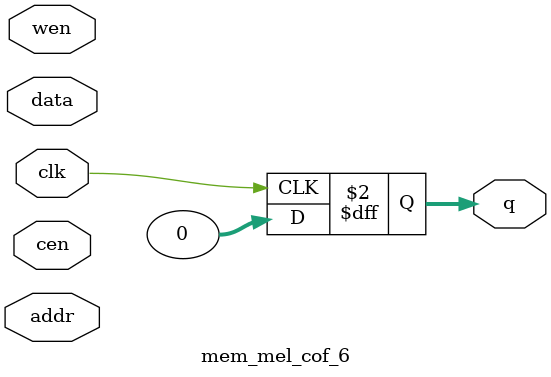
<source format=v>
module mem_mel_cof_6 (clk, addr, cen, wen, data, q);
parameter DATA_WIDTH =  32;
input clk;
input [11:0] addr;// Note
input cen;
input wen;
input [DATA_WIDTH-1:0]data;
output [DATA_WIDTH-1:0] q;
reg    [DATA_WIDTH-1:0] q;
always@(posedge clk) begin
    case(addr)
        default: q <= 0;
    endcase
end
endmodule

</source>
